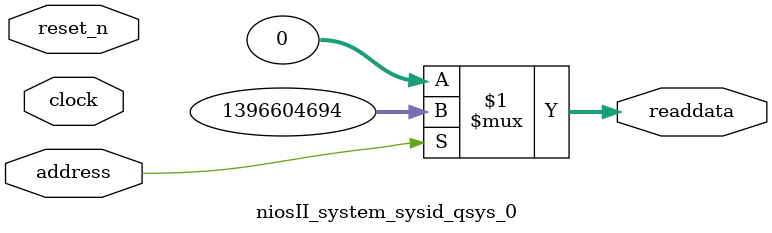
<source format=v>

`timescale 1ns / 1ps
// synthesis translate_on

// turn off superfluous verilog processor warnings 
// altera message_level Level1 
// altera message_off 10034 10035 10036 10037 10230 10240 10030 

module niosII_system_sysid_qsys_0 (
               // inputs:
                address,
                clock,
                reset_n,

               // outputs:
                readdata
             )
;

  output  [ 31: 0] readdata;
  input            address;
  input            clock;
  input            reset_n;

  wire    [ 31: 0] readdata;
  //control_slave, which is an e_avalon_slave
  assign readdata = address ? 1396604694 : 0;

endmodule




</source>
